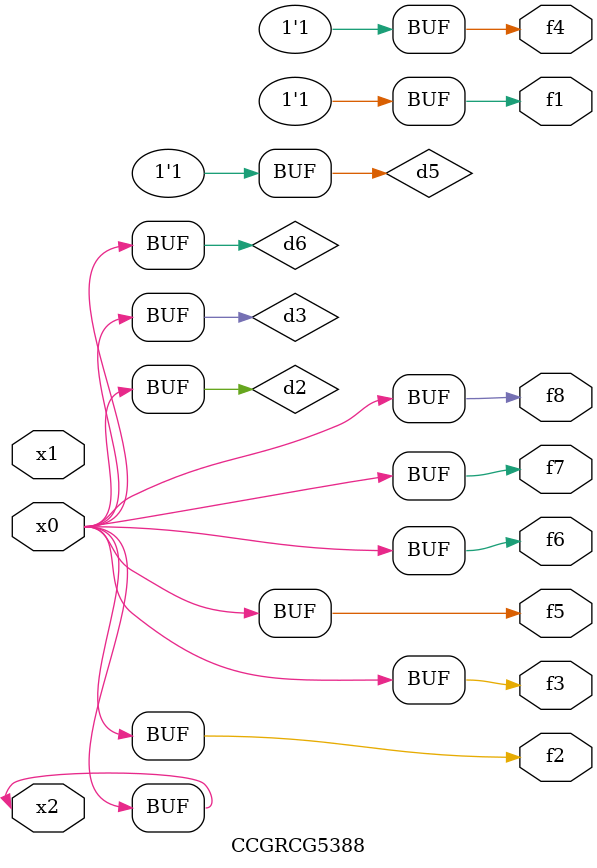
<source format=v>
module CCGRCG5388(
	input x0, x1, x2,
	output f1, f2, f3, f4, f5, f6, f7, f8
);

	wire d1, d2, d3, d4, d5, d6;

	xnor (d1, x2);
	buf (d2, x0, x2);
	and (d3, x0);
	xnor (d4, x1, x2);
	nand (d5, d1, d3);
	buf (d6, d2, d3);
	assign f1 = d5;
	assign f2 = d6;
	assign f3 = d6;
	assign f4 = d5;
	assign f5 = d6;
	assign f6 = d6;
	assign f7 = d6;
	assign f8 = d6;
endmodule

</source>
